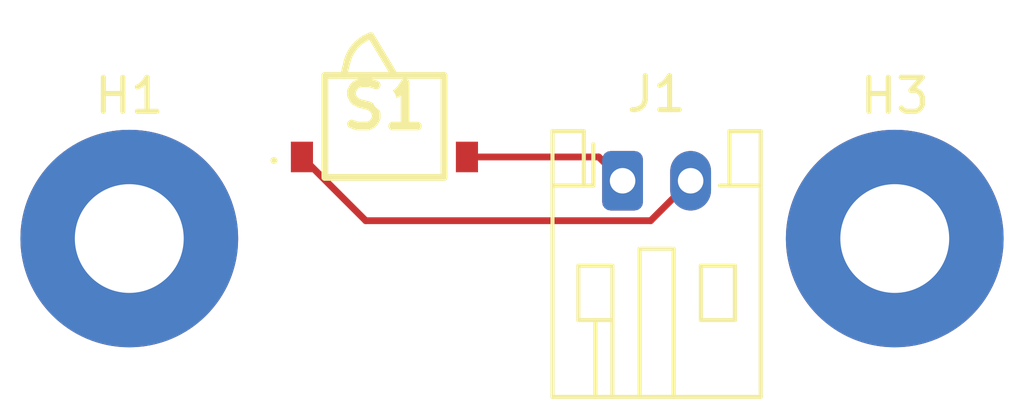
<source format=kicad_pcb>
(kicad_pcb (version 20240108) (generator "pcbnew") (generator_version "8.0")
  (layers (0 "F.Cu" signal) (31 "B.Cu" signal) (34 "B.Paste" user) (35 "F.Paste" user) (36 "B.SilkS" user "B.Silkscreen") (37 "F.SilkS" user "F.Silkscreen") (38 "B.Mask" user) (39 "F.Mask" user) (44 "Edge.Cuts" user))
  (net 0 "")
  (net 1 "Net-(J1-Pin_1)")
  (net 2 "Net-(J1-Pin_2)")
  (footprint "Canhw:HDS001R" (layer "F.Cu") (at 81.5 84.2)
    (property "Reference" "S1" (at 0 -0.585 360) (layer "F.SilkS") (effects (font (size 1.27 1.27) (thickness 0.254))))
    (property "Value" "HDS001R" (hide yes))
    (fp_line (start -3.3 1) (end -3.3 1) (stroke (width 0.1)) (layer "F.SilkS"))
    (fp_line (start -3.2 1) (end -3.2 1) (stroke (width 0.1)) (layer "F.SilkS"))
    (fp_line (start -1.75 -1.5) (end 1.75 -1.5) (stroke (width 0.2)) (layer "F.SilkS"))
    (fp_line (start -1.75 1.5) (end -1.75 -1.5) (stroke (width 0.2)) (layer "F.SilkS"))
    (fp_line (start -1.2 -1.5) (end -1.1 -1.9) (stroke (width 0.2)) (layer "F.SilkS"))
    (fp_line (start -1.1 -1.9) (end -1.1 -1.9) (stroke (width 0.2)) (layer "F.SilkS"))
    (fp_line (start -0.4 -2.67) (end 0.3 -1.5) (stroke (width 0.2)) (layer "F.SilkS"))
    (fp_line (start 1.75 -1.5) (end 1.75 1.5) (stroke (width 0.2)) (layer "F.SilkS"))
    (fp_line (start 1.75 1.5) (end -1.75 1.5) (stroke (width 0.2)) (layer "F.SilkS"))
    (fp_arc (start -3.3 1) (mid -3.25 0.95) (end -3.2 1) (stroke (width 0.1)) (layer "F.SilkS"))
    (fp_arc (start -3.2 1) (mid -3.25 1.05) (end -3.3 1) (stroke (width 0.1)) (layer "F.SilkS"))
    (fp_arc (start -1.1 -1.9) (mid -0.846771 -2.373289) (end -0.399686 -2.670347) (stroke (width 0.2)) (layer "F.SilkS"))
    (pad "" np_thru_hole circle (at 0 -0.8) (size 0.7 0.7) (drill 0.7) (layers "*.Cu" "*.Mask"))
    (pad "" np_thru_hole circle (at 0 0.8) (size 0.7 0.7) (drill 0.7) (layers "*.Cu" "*.Mask"))
    (pad "A1" smd rect (at -2.425 0.9) (size 0.65 0.9) (layers "F.Cu" "F.Paste" "F.Mask") (net 2 "Net-(J1-Pin_2)"))
    (pad "B1" smd rect (at 2.425 0.9) (size 0.65 0.9) (layers "F.Cu" "F.Paste" "F.Mask") (net 1 "Net-(J1-Pin_1)"))
  )
  (footprint "Connector_JST:JST_PH_S2B-PH-K_1x02_P2.00mm_Horizontal" (layer "F.Cu") (at 88.5 85.8)
    (property "Reference" "J1" (at 1 -2.55 360) (layer "F.SilkS"))
    (property "Value" "Conn_01x02_Socket" (hide yes))
    (fp_line (start -2.06 -1.46) (end -2.06 6.36) (stroke (width 0.12)) (layer "F.SilkS"))
    (fp_line (start -2.06 0.14) (end -1.14 0.14) (stroke (width 0.12)) (layer "F.SilkS"))
    (fp_line (start -2.06 6.36) (end 4.06 6.36) (stroke (width 0.12)) (layer "F.SilkS"))
    (fp_line (start -1.3 2.5) (end -1.3 4.1) (stroke (width 0.12)) (layer "F.SilkS"))
    (fp_line (start -1.3 4.1) (end -0.3 4.1) (stroke (width 0.12)) (layer "F.SilkS"))
    (fp_line (start -1.14 -1.46) (end -2.06 -1.46) (stroke (width 0.12)) (layer "F.SilkS"))
    (fp_line (start -1.14 0.14) (end -1.14 -1.46) (stroke (width 0.12)) (layer "F.SilkS"))
    (fp_line (start -0.86 0.14) (end -1.14 0.14) (stroke (width 0.12)) (layer "F.SilkS"))
    (fp_line (start -0.86 0.14) (end -0.86 -1.075) (stroke (width 0.12)) (layer "F.SilkS"))
    (fp_line (start -0.8 4.1) (end -0.8 6.36) (stroke (width 0.12)) (layer "F.SilkS"))
    (fp_line (start -0.3 2.5) (end -1.3 2.5) (stroke (width 0.12)) (layer "F.SilkS"))
    (fp_line (start -0.3 4.1) (end -0.3 2.5) (stroke (width 0.12)) (layer "F.SilkS"))
    (fp_line (start -0.3 4.1) (end -0.3 6.36) (stroke (width 0.12)) (layer "F.SilkS"))
    (fp_line (start 0.5 2) (end 1.5 2) (stroke (width 0.12)) (layer "F.SilkS"))
    (fp_line (start 0.5 6.36) (end 0.5 2) (stroke (width 0.12)) (layer "F.SilkS"))
    (fp_line (start 1.5 2) (end 1.5 6.36) (stroke (width 0.12)) (layer "F.SilkS"))
    (fp_line (start 2.3 2.5) (end 3.3 2.5) (stroke (width 0.12)) (layer "F.SilkS"))
    (fp_line (start 2.3 4.1) (end 2.3 2.5) (stroke (width 0.12)) (layer "F.SilkS"))
    (fp_line (start 3.14 -1.46) (end 3.14 0.14) (stroke (width 0.12)) (layer "F.SilkS"))
    (fp_line (start 3.14 0.14) (end 2.86 0.14) (stroke (width 0.12)) (layer "F.SilkS"))
    (fp_line (start 3.3 2.5) (end 3.3 4.1) (stroke (width 0.12)) (layer "F.SilkS"))
    (fp_line (start 3.3 4.1) (end 2.3 4.1) (stroke (width 0.12)) (layer "F.SilkS"))
    (fp_line (start 4.06 -1.46) (end 3.14 -1.46) (stroke (width 0.12)) (layer "F.SilkS"))
    (fp_line (start 4.06 0.14) (end 3.14 0.14) (stroke (width 0.12)) (layer "F.SilkS"))
    (fp_line (start 4.06 6.36) (end 4.06 -1.46) (stroke (width 0.12)) (layer "F.SilkS"))
    (pad "1" thru_hole roundrect (at 0 0) (size 1.2 1.75) (drill 0.75) (layers "*.Cu" "*.Mask") (roundrect_rratio 0.208333) (net 1 "Net-(J1-Pin_1)"))
    (pad "2" thru_hole oval (at 2 0) (size 1.2 1.75) (drill 0.75) (layers "*.Cu" "*.Mask") (net 2 "Net-(J1-Pin_2)"))
  )
  (footprint "MountingHole:MountingHole_3.2mm_M3_Pad" (layer "F.Cu") (at 96.5 87.5)
    (property "Reference" "H3" (at 0 -4.2 0) (layer "F.SilkS"))
    (property "Value" "Mount")
    (pad "1" thru_hole circle (at 0 0) (size 6.4 6.4) (drill 3.2) (layers "*.Cu" "*.Mask"))
  )
  (footprint "MountingHole:MountingHole_3.2mm_M3_Pad" (layer "F.Cu") (at 74 87.5)
    (property "Reference" "H1" (at 0 -4.2 0) (layer "F.SilkS"))
    (property "Value" "Mount")
    (pad "1" thru_hole circle (at 0 0) (size 6.4 6.4) (drill 3.2) (layers "*.Cu" "*.Mask"))
  )
  (segment (start 87.8 85.1) (end 83.925 85.1) (width 0.2) (layer "F.Cu") (net 1))
  (segment (start 88.5 85.8) (end 87.8 85.1) (width 0.2) (layer "F.Cu") (net 1))
  (segment (start 89.325 86.975) (end 90.5 85.8) (width 0.2) (layer "F.Cu") (net 2))
  (segment (start 79.075 85.1) (end 80.95 86.975) (width 0.2) (layer "F.Cu") (net 2))
  (segment (start 80.95 86.975) (end 89.325 86.975) (width 0.2) (layer "F.Cu") (net 2))
)
</source>
